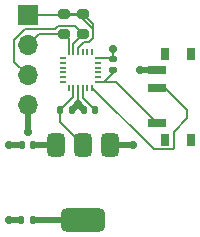
<source format=gbr>
%TF.GenerationSoftware,KiCad,Pcbnew,8.0.5*%
%TF.CreationDate,2024-10-09T15:11:33-04:00*%
%TF.ProjectId,PostureBestICM20948,506f7374-7572-4654-9265-737449434d32,rev?*%
%TF.SameCoordinates,Original*%
%TF.FileFunction,Copper,L1,Top*%
%TF.FilePolarity,Positive*%
%FSLAX46Y46*%
G04 Gerber Fmt 4.6, Leading zero omitted, Abs format (unit mm)*
G04 Created by KiCad (PCBNEW 8.0.5) date 2024-10-09 15:11:33*
%MOMM*%
%LPD*%
G01*
G04 APERTURE LIST*
G04 Aperture macros list*
%AMRoundRect*
0 Rectangle with rounded corners*
0 $1 Rounding radius*
0 $2 $3 $4 $5 $6 $7 $8 $9 X,Y pos of 4 corners*
0 Add a 4 corners polygon primitive as box body*
4,1,4,$2,$3,$4,$5,$6,$7,$8,$9,$2,$3,0*
0 Add four circle primitives for the rounded corners*
1,1,$1+$1,$2,$3*
1,1,$1+$1,$4,$5*
1,1,$1+$1,$6,$7*
1,1,$1+$1,$8,$9*
0 Add four rect primitives between the rounded corners*
20,1,$1+$1,$2,$3,$4,$5,0*
20,1,$1+$1,$4,$5,$6,$7,0*
20,1,$1+$1,$6,$7,$8,$9,0*
20,1,$1+$1,$8,$9,$2,$3,0*%
G04 Aperture macros list end*
%TA.AperFunction,SMDPad,CuDef*%
%ADD10RoundRect,0.140000X-0.170000X0.140000X-0.170000X-0.140000X0.170000X-0.140000X0.170000X0.140000X0*%
%TD*%
%TA.AperFunction,SMDPad,CuDef*%
%ADD11RoundRect,0.200000X0.275000X-0.200000X0.275000X0.200000X-0.275000X0.200000X-0.275000X-0.200000X0*%
%TD*%
%TA.AperFunction,SMDPad,CuDef*%
%ADD12RoundRect,0.140000X0.140000X0.170000X-0.140000X0.170000X-0.140000X-0.170000X0.140000X-0.170000X0*%
%TD*%
%TA.AperFunction,SMDPad,CuDef*%
%ADD13R,1.500000X0.700000*%
%TD*%
%TA.AperFunction,SMDPad,CuDef*%
%ADD14R,0.800000X1.000000*%
%TD*%
%TA.AperFunction,SMDPad,CuDef*%
%ADD15RoundRect,0.140000X-0.140000X-0.170000X0.140000X-0.170000X0.140000X0.170000X-0.140000X0.170000X0*%
%TD*%
%TA.AperFunction,SMDPad,CuDef*%
%ADD16RoundRect,0.375000X-0.375000X0.625000X-0.375000X-0.625000X0.375000X-0.625000X0.375000X0.625000X0*%
%TD*%
%TA.AperFunction,SMDPad,CuDef*%
%ADD17RoundRect,0.500000X-1.400000X0.500000X-1.400000X-0.500000X1.400000X-0.500000X1.400000X0.500000X0*%
%TD*%
%TA.AperFunction,SMDPad,CuDef*%
%ADD18RoundRect,0.050000X-0.225000X-0.050000X0.225000X-0.050000X0.225000X0.050000X-0.225000X0.050000X0*%
%TD*%
%TA.AperFunction,SMDPad,CuDef*%
%ADD19RoundRect,0.050000X0.050000X-0.225000X0.050000X0.225000X-0.050000X0.225000X-0.050000X-0.225000X0*%
%TD*%
%TA.AperFunction,ComponentPad*%
%ADD20R,1.700000X1.700000*%
%TD*%
%TA.AperFunction,ComponentPad*%
%ADD21O,1.700000X1.700000*%
%TD*%
%TA.AperFunction,ViaPad*%
%ADD22C,0.700000*%
%TD*%
%TA.AperFunction,Conductor*%
%ADD23C,0.200000*%
%TD*%
%TA.AperFunction,Conductor*%
%ADD24C,0.500000*%
%TD*%
G04 APERTURE END LIST*
D10*
%TO.P,C2,1*%
%TO.N,GND*%
X120000000Y-90020000D03*
%TO.P,C2,2*%
%TO.N,+3.3V*%
X120000000Y-90980000D03*
%TD*%
D11*
%TO.P,R2,1*%
%TO.N,Net-(J1-Pin_2)*%
X115900000Y-87925000D03*
%TO.P,R2,2*%
%TO.N,+3.3V*%
X115900000Y-86275000D03*
%TD*%
D12*
%TO.P,C4,1*%
%TO.N,+3.3V*%
X113230000Y-97300000D03*
%TO.P,C4,2*%
%TO.N,GND*%
X112270000Y-97300000D03*
%TD*%
D13*
%TO.P,SW1,1,A*%
%TO.N,+3.3V*%
X123750000Y-95500000D03*
%TO.P,SW1,2,B*%
%TO.N,INT1_OUT*%
X123750000Y-92500000D03*
%TO.P,SW1,3,C*%
%TO.N,GND*%
X123750000Y-91000000D03*
D14*
%TO.P,SW1,SH1*%
%TO.N,N/C*%
X124400000Y-96900000D03*
%TO.P,SW1,SH2*%
X124400000Y-89600000D03*
%TO.P,SW1,SH3*%
X126600000Y-96900000D03*
%TO.P,SW1,SH4*%
X126600000Y-89600000D03*
%TD*%
D15*
%TO.P,C3,1*%
%TO.N,GND*%
X117540000Y-94400000D03*
%TO.P,C3,2*%
%TO.N,Net-(U1-REGOUT)*%
X118500000Y-94400000D03*
%TD*%
D12*
%TO.P,C5,1*%
%TO.N,GND*%
X116520000Y-94400000D03*
%TO.P,C5,2*%
%TO.N,+1V8*%
X115560000Y-94400000D03*
%TD*%
D11*
%TO.P,R1,1*%
%TO.N,Net-(J1-Pin_3)*%
X117500000Y-87925000D03*
%TO.P,R1,2*%
%TO.N,+3.3V*%
X117500000Y-86275000D03*
%TD*%
D16*
%TO.P,U2,1,GND*%
%TO.N,GND*%
X119800000Y-97350000D03*
%TO.P,U2,2,VO*%
%TO.N,+1V8*%
X117500000Y-97350000D03*
D17*
X117500000Y-103650000D03*
D16*
%TO.P,U2,3,VI*%
%TO.N,+3.3V*%
X115200000Y-97350000D03*
%TD*%
D18*
%TO.P,U1,1,NC*%
%TO.N,unconnected-(U1-NC-Pad1)*%
X115750000Y-90000000D03*
%TO.P,U1,2,NC*%
%TO.N,unconnected-(U1-NC-Pad2)*%
X115750000Y-90400000D03*
%TO.P,U1,3,NC*%
%TO.N,unconnected-(U1-NC-Pad3)*%
X115750000Y-90800000D03*
%TO.P,U1,4,NC*%
%TO.N,unconnected-(U1-NC-Pad4)*%
X115750000Y-91200000D03*
%TO.P,U1,5,NC*%
%TO.N,unconnected-(U1-NC-Pad5)*%
X115750000Y-91600000D03*
%TO.P,U1,6,NC*%
%TO.N,unconnected-(U1-NC-Pad6)*%
X115750000Y-92000000D03*
D19*
%TO.P,U1,7,AUX_CL*%
%TO.N,unconnected-(U1-AUX_CL-Pad7)*%
X116250000Y-92500000D03*
%TO.P,U1,8,VDDIO*%
%TO.N,+1V8*%
X116650000Y-92500000D03*
%TO.P,U1,9,SDO/AD0*%
%TO.N,GND*%
X117050000Y-92500000D03*
%TO.P,U1,10,REGOUT*%
%TO.N,Net-(U1-REGOUT)*%
X117450000Y-92500000D03*
%TO.P,U1,11,FSYNC*%
%TO.N,unconnected-(U1-FSYNC-Pad11)*%
X117850000Y-92500000D03*
%TO.P,U1,12,INT1*%
%TO.N,INT1_OUT*%
X118250000Y-92500000D03*
D18*
%TO.P,U1,13,VDD*%
%TO.N,+3.3V*%
X118750000Y-92000000D03*
%TO.P,U1,14,NC*%
%TO.N,unconnected-(U1-NC-Pad14)*%
X118750000Y-91600000D03*
%TO.P,U1,15,NC*%
%TO.N,unconnected-(U1-NC-Pad15)*%
X118750000Y-91200000D03*
%TO.P,U1,16,NC*%
%TO.N,unconnected-(U1-NC-Pad16)*%
X118750000Y-90800000D03*
%TO.P,U1,17,NC*%
%TO.N,unconnected-(U1-NC-Pad17)*%
X118750000Y-90400000D03*
%TO.P,U1,18,GND*%
%TO.N,GND*%
X118750000Y-90000000D03*
D19*
%TO.P,U1,19,RESV*%
%TO.N,unconnected-(U1-RESV-Pad19)*%
X118250000Y-89500000D03*
%TO.P,U1,20,GND*%
%TO.N,GND*%
X117850000Y-89500000D03*
%TO.P,U1,21,AUX_DA*%
%TO.N,unconnected-(U1-AUX_DA-Pad21)*%
X117450000Y-89500000D03*
%TO.P,U1,22,~{CS}*%
%TO.N,+3.3V*%
X117050000Y-89500000D03*
%TO.P,U1,23,SCL/SCLK*%
%TO.N,Net-(J1-Pin_3)*%
X116650000Y-89500000D03*
%TO.P,U1,24,SDA/SDI*%
%TO.N,Net-(J1-Pin_2)*%
X116250000Y-89500000D03*
%TD*%
D12*
%TO.P,C1,1*%
%TO.N,+1V8*%
X113200000Y-103700000D03*
%TO.P,C1,2*%
%TO.N,GND*%
X112240000Y-103700000D03*
%TD*%
D20*
%TO.P,J1,1,Pin_1*%
%TO.N,+3.3V*%
X112800000Y-86350000D03*
D21*
%TO.P,J1,2,Pin_2*%
%TO.N,Net-(J1-Pin_2)*%
X112800000Y-88890000D03*
%TO.P,J1,3,Pin_3*%
%TO.N,Net-(J1-Pin_3)*%
X112800000Y-91430000D03*
%TO.P,J1,4,Pin_4*%
%TO.N,GND*%
X112800000Y-93970000D03*
%TD*%
D22*
%TO.N,GND*%
X120000000Y-89200000D03*
X117030000Y-93849240D03*
X121700000Y-97300000D03*
X112800000Y-96200000D03*
X111200000Y-103700000D03*
X122300000Y-91000000D03*
X111200000Y-97300000D03*
%TD*%
D23*
%TO.N,+1V8*%
X115560000Y-94400000D02*
X116650000Y-93310000D01*
X115560000Y-95410000D02*
X117500000Y-97350000D01*
X115560000Y-94400000D02*
X115560000Y-95410000D01*
X116650000Y-93310000D02*
X116650000Y-92500000D01*
D24*
X113200000Y-103700000D02*
X117450000Y-103700000D01*
X117450000Y-103700000D02*
X117500000Y-103650000D01*
D23*
%TO.N,GND*%
X118750000Y-90000000D02*
X119980000Y-90000000D01*
D24*
X116520000Y-94400000D02*
X116520000Y-94359240D01*
X112270000Y-97300000D02*
X111200000Y-97300000D01*
X121650000Y-97350000D02*
X121700000Y-97300000D01*
X123750000Y-91000000D02*
X122300000Y-91000000D01*
X112800000Y-93970000D02*
X112800000Y-96200000D01*
X117540000Y-94400000D02*
X117540000Y-94359240D01*
X119800000Y-97350000D02*
X121650000Y-97350000D01*
D23*
X117050000Y-93829240D02*
X117030000Y-93849240D01*
D24*
X116520000Y-94359240D02*
X117030000Y-93849240D01*
D23*
X117050000Y-92500000D02*
X117050000Y-93829240D01*
X120000000Y-90020000D02*
X120000000Y-89200000D01*
D24*
X112240000Y-103700000D02*
X111200000Y-103700000D01*
X117540000Y-94359240D02*
X117030000Y-93849240D01*
D23*
X119980000Y-90000000D02*
X120000000Y-90020000D01*
%TO.N,+3.3V*%
X117987648Y-88625000D02*
X118300000Y-88312648D01*
X118750000Y-92000000D02*
X120250000Y-92000000D01*
X118750000Y-92000000D02*
X119259999Y-92000000D01*
X120000000Y-91259999D02*
X120000000Y-90980000D01*
X117050000Y-89128640D02*
X117553640Y-88625000D01*
X118300000Y-87537352D02*
X117037648Y-86275000D01*
X118300000Y-88312648D02*
X118300000Y-87075000D01*
D24*
X115150000Y-97300000D02*
X115200000Y-97350000D01*
D23*
X117037648Y-86275000D02*
X115900000Y-86275000D01*
X118300000Y-88312648D02*
X118300000Y-87537352D01*
X119259999Y-92000000D02*
X120000000Y-91259999D01*
X117112648Y-86350000D02*
X112800000Y-86350000D01*
X117553640Y-88625000D02*
X117987648Y-88625000D01*
X118300000Y-87075000D02*
X117500000Y-86275000D01*
X120250000Y-92000000D02*
X123750000Y-95500000D01*
D24*
X113230000Y-97300000D02*
X115150000Y-97300000D01*
D23*
X118300000Y-87537352D02*
X117112648Y-86350000D01*
X117050000Y-89500000D02*
X117050000Y-89128640D01*
%TO.N,Net-(U1-REGOUT)*%
X117450000Y-93350000D02*
X117450000Y-92500000D01*
X118500000Y-94400000D02*
X117450000Y-93350000D01*
%TO.N,Net-(J1-Pin_2)*%
X116250000Y-89500000D02*
X116250000Y-88275000D01*
X116250000Y-88275000D02*
X115900000Y-87925000D01*
X115900000Y-87925000D02*
X113765000Y-87925000D01*
X113765000Y-87925000D02*
X112800000Y-88890000D01*
%TO.N,Net-(J1-Pin_3)*%
X111650000Y-88413654D02*
X111650000Y-90280000D01*
X116650000Y-88775000D02*
X117500000Y-87925000D01*
X116800000Y-87225000D02*
X115375000Y-87225000D01*
X115375000Y-87225000D02*
X115075000Y-87525000D01*
X116650000Y-89500000D02*
X116650000Y-88775000D01*
X117500000Y-87925000D02*
X116800000Y-87225000D01*
X115075000Y-87525000D02*
X112538654Y-87525000D01*
X111650000Y-90280000D02*
X112800000Y-91430000D01*
X112538654Y-87525000D02*
X111650000Y-88413654D01*
%TO.N,INT1_OUT*%
X123620000Y-92630000D02*
X123750000Y-92500000D01*
X125168629Y-97631371D02*
X125168629Y-96212742D01*
X123450000Y-97700000D02*
X125100000Y-97700000D01*
X126300000Y-94418629D02*
X124381371Y-92500000D01*
X124381371Y-92500000D02*
X123750000Y-92500000D01*
X126300000Y-95081371D02*
X126300000Y-94418629D01*
X118250000Y-92500000D02*
X123450000Y-97700000D01*
X125100000Y-97700000D02*
X125168629Y-97631371D01*
X125168629Y-96212742D02*
X126300000Y-95081371D01*
%TD*%
M02*

</source>
